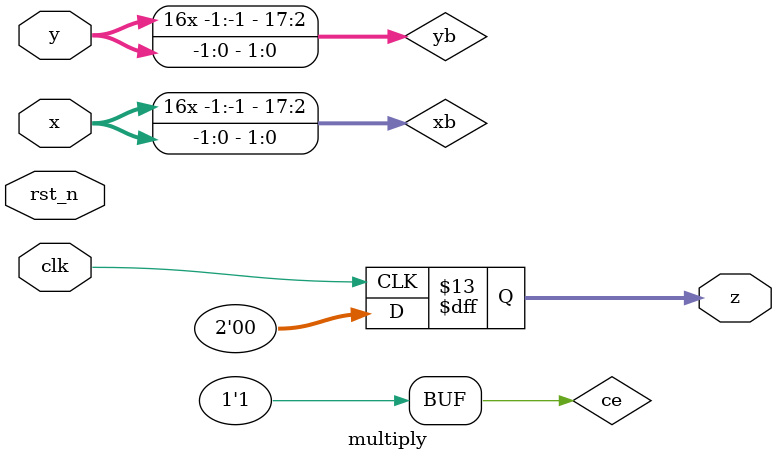
<source format=v>

`ifndef XILINX
  
module MULT18X18S
  // The module was copied from the Ettus UHD code.
  (output reg signed [35:0] P,
   input signed [17:0] A,
   input signed [17:0] B,
   input C,    // Clock
   input CE,   // Clock Enable
   input R     // Synchronous Reset
   );
   
   always @(posedge C)
     if(R)
       P <= 36'sd0;
     else if(CE)
       P <= A * B;

endmodule // MULT18X18S

`endif

module multiply
  #(
    parameter WDTH = 0
    )
   (
    input wire                   clk,
    input wire                   rst_n,
    input wire signed [WDTH-1:0] x,
    input wire signed [WDTH-1:0] y,
    output reg signed [WDTH-1:0] z
    );

   reg                          ce;
   initial
     ce <= 1'b1;
   
   wire signed [17:0]            xb;
   wire signed [17:0]            yb;
   assign xb = x;
   assign yb = y;
   wire signed [35:0]       xy;
   
   MULT18X18S multer (.P(xy), .A(xb), .B(yb), .C(clk), .CE(ce), .R(~rst_n));   


   always @ (posedge clk)
     begin
        //xy <= xb * yb;
        z <= xy >>> (WDTH-2);
      end
   
endmodule



</source>
